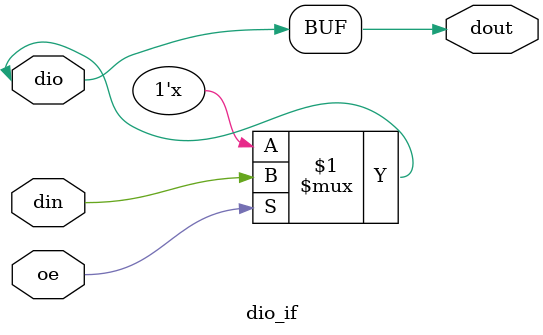
<source format=v>
module dio_if(oe, dio, din, dout);
    parameter width = 1;
    input oe;
    inout [width-1:0] dio;
    input [width-1:0] din;
    output [width-1:0] dout;
    assign dout = dio;
    assign dio = oe ? din : {width{1'bz}};
endmodule
</source>
